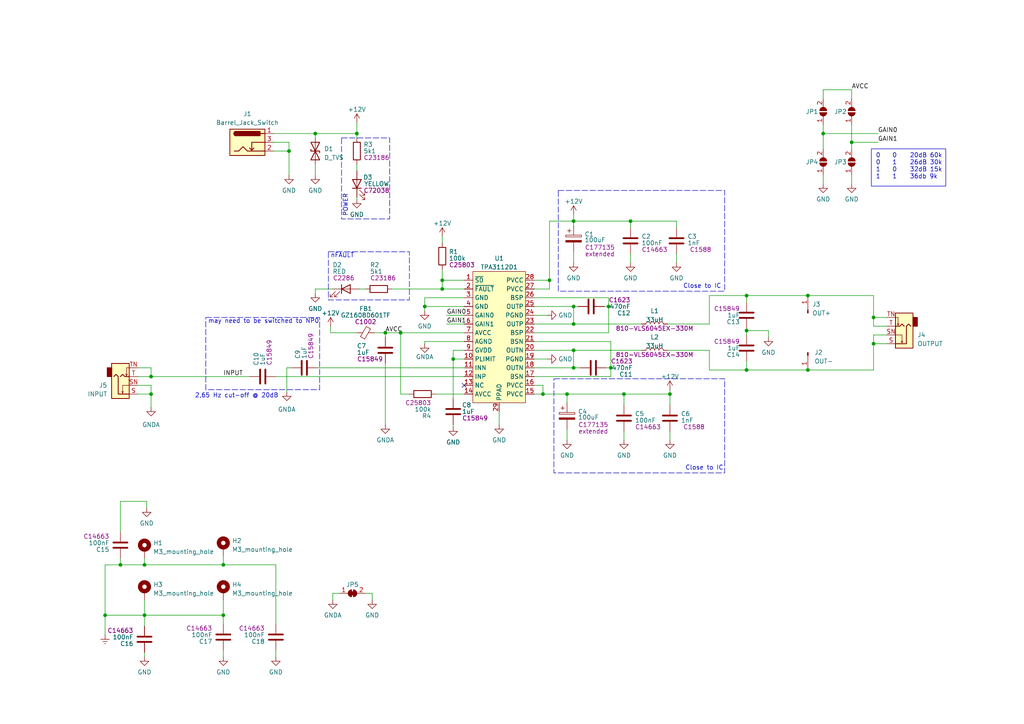
<source format=kicad_sch>
(kicad_sch (version 20230121) (generator eeschema)
  (paper "A4")
  (lib_symbols
    (symbol "Connector:Barrel_Jack_Switch" (pin_names hide)
      (property "Reference" "J" (at 0 5.334 0))
      (property "Value" "Barrel_Jack_Switch" (at 0 -5.08 0))
      (symbol "Barrel_Jack_Switch_0_1"
        (rectangle (start -5.08 3.81) (end 5.08 -3.81) (stroke (width 0.254)) (fill (type background)))
        (arc (start -3.302 3.175) (mid -3.9343 2.54) (end -3.302 1.905) (stroke (width 0.254)))
        (arc (start -3.302 3.175) (mid -3.9343 2.54) (end -3.302 1.905) (stroke (width 0.254)) (fill (type outline)))
        (polyline (pts (xy 1.27 -2.286) (xy 1.905 -1.651)) (stroke (width 0.254)))
        (polyline (pts (xy 5.08 2.54) (xy 3.81 2.54)) (stroke (width 0.254)))
        (polyline (pts (xy 5.08 0) (xy 1.27 0) (xy 1.27 -2.286) (xy 0.635 -1.651)) (stroke (width 0.254)))
        (polyline (pts (xy -3.81 -2.54) (xy -2.54 -2.54) (xy -1.27 -1.27) (xy 0 -2.54) (xy 2.54 -2.54) (xy 5.08 -2.54)) (stroke (width 0.254)))
        (rectangle (start 3.683 3.175) (end -3.302 1.905) (stroke (width 0.254)) (fill (type outline)))
      )
      (symbol "Barrel_Jack_Switch_1_1"
        (pin passive line (at 7.62 2.54 180) (length 2.54) (name "~") (number "1"))
        (pin passive line (at 7.62 -2.54 180) (length 2.54) (name "~") (number "2"))
        (pin passive line (at 7.62 0 180) (length 2.54) (name "~") (number "3"))
      )
    )
    (symbol "Connector:Conn_01x01_Pin" (pin_names (offset 1.016) hide)
      (property "Reference" "J" (at 0 2.54 0))
      (property "Value" "Conn_01x01_Pin" (at 0 -2.54 0))
      (symbol "Conn_01x01_Pin_1_1"
        (polyline (pts (xy 1.27 0) (xy 0.8636 0)) (stroke (width 0.1524)))
        (rectangle (start 0.8636 0.127) (end 0 -0.127) (stroke (width 0.1524)) (fill (type outline)))
        (pin passive line (at 5.08 0 180) (length 3.81) (name "Pin_1") (number "1"))
      )
    )
    (symbol "Connector_Audio:AudioJack2_Switch"
      (property "Reference" "J" (at 0 11.43 0))
      (property "Value" "AudioJack2_Switch" (at 0 8.89 0))
      (symbol "AudioJack2_Switch_0_1"
        (rectangle (start -2.54 0) (end -3.81 -2.54) (stroke (width 0.254)) (fill (type outline)))
        (rectangle (start 2.54 6.35) (end -2.54 -3.81) (stroke (width 0.254)) (fill (type background)))
      )
      (symbol "AudioJack2_Switch_1_1"
        (polyline (pts (xy 0.635 4.826) (xy 0.889 4.318)))
        (polyline (pts (xy 1.778 -0.254) (xy 2.032 -0.762)))
        (polyline (pts (xy 0 0) (xy 0.635 -0.635) (xy 1.27 0) (xy 2.54 0)) (stroke (width 0.254)))
        (polyline (pts (xy 2.54 -2.54) (xy 1.778 -2.54) (xy 1.778 -0.254) (xy 1.524 -0.762)))
        (polyline (pts (xy 2.54 2.54) (xy 0.635 2.54) (xy 0.635 4.826) (xy 0.381 4.318)))
        (polyline (pts (xy 2.54 5.08) (xy -0.635 5.08) (xy -0.635 0) (xy -1.27 -0.635) (xy -1.905 0)) (stroke (width 0.254)))
        (pin passive line (at 5.08 5.08 180) (length 2.54) (name "~") (number "S"))
        (pin passive line (at 5.08 2.54 180) (length 2.54) (name "~") (number "SN"))
        (pin passive line (at 5.08 0 180) (length 2.54) (name "~") (number "T"))
        (pin passive line (at 5.08 -2.54 180) (length 2.54) (name "~") (number "TN"))
      )
    )
    (symbol "Device:C" (pin_numbers hide) (pin_names (offset 0.254))
      (property "Reference" "C" (at 0.635 2.54 0))
      (property "Value" "C" (at 0.635 -2.54 0))
      (symbol "C_0_1"
        (polyline (pts (xy -2.032 -0.762) (xy 2.032 -0.762)) (stroke (width 0.508)))
        (polyline (pts (xy -2.032 0.762) (xy 2.032 0.762)) (stroke (width 0.508)))
      )
      (symbol "C_1_1"
        (pin passive line (at 0 3.81 270) (length 2.794) (name "~") (number "1"))
        (pin passive line (at 0 -3.81 90) (length 2.794) (name "~") (number "2"))
      )
    )
    (symbol "Device:C_Polarized" (pin_numbers hide) (pin_names (offset 0.254))
      (property "Reference" "C" (at 0.635 2.54 0))
      (property "Value" "C_Polarized" (at 0.635 -2.54 0))
      (symbol "C_Polarized_0_1"
        (rectangle (start -2.286 0.508) (end 2.286 1.016))
        (polyline (pts (xy -1.778 2.286) (xy -0.762 2.286)))
        (polyline (pts (xy -1.27 2.794) (xy -1.27 1.778)))
        (rectangle (start 2.286 -0.508) (end -2.286 -1.016) (fill (type outline)))
      )
      (symbol "C_Polarized_1_1"
        (pin passive line (at 0 3.81 270) (length 2.794) (name "~") (number "1"))
        (pin passive line (at 0 -3.81 90) (length 2.794) (name "~") (number "2"))
      )
    )
    (symbol "Device:D_TVS" (pin_numbers hide) (pin_names (offset 1.016) hide)
      (property "Reference" "D" (at 0 2.54 0))
      (property "Value" "D_TVS" (at 0 -2.54 0))
      (symbol "D_TVS_0_1"
        (polyline (pts (xy 1.27 0) (xy -1.27 0)))
        (polyline (pts (xy 0.508 1.27) (xy 0 1.27) (xy 0 -1.27) (xy -0.508 -1.27)) (stroke (width 0.254)))
        (polyline (pts (xy -2.54 1.27) (xy -2.54 -1.27) (xy 2.54 1.27) (xy 2.54 -1.27) (xy -2.54 1.27)) (stroke (width 0.254)))
      )
      (symbol "D_TVS_1_1"
        (pin passive line (at -3.81 0 0) (length 2.54) (name "A1") (number "1"))
        (pin passive line (at 3.81 0 180) (length 2.54) (name "A2") (number "2"))
      )
    )
    (symbol "Device:FerriteBead_Small" (pin_numbers hide) (pin_names (offset 0))
      (property "Reference" "FB" (at 1.905 1.27 0))
      (property "Value" "FerriteBead_Small" (at 1.905 -1.27 0))
      (symbol "FerriteBead_Small_0_1"
        (polyline (pts (xy 0 -1.27) (xy 0 -0.7874)))
        (polyline (pts (xy 0 0.889) (xy 0 1.2954)))
        (polyline (pts (xy -1.8288 0.2794) (xy -1.1176 1.4986) (xy 1.8288 -0.2032) (xy 1.1176 -1.4224) (xy -1.8288 0.2794)))
      )
      (symbol "FerriteBead_Small_1_1"
        (pin passive line (at 0 2.54 270) (length 1.27) (name "~") (number "1"))
        (pin passive line (at 0 -2.54 90) (length 1.27) (name "~") (number "2"))
      )
    )
    (symbol "Device:L" (pin_numbers hide) (pin_names (offset 1.016) hide)
      (property "Reference" "L" (at -1.27 0 90))
      (property "Value" "L" (at 1.905 0 90))
      (symbol "L_0_1"
        (arc (start 0 -2.54) (mid 0.6323 -1.905) (end 0 -1.27))
        (arc (start 0 -1.27) (mid 0.6323 -0.635) (end 0 0))
        (arc (start 0 0) (mid 0.6323 0.635) (end 0 1.27))
        (arc (start 0 1.27) (mid 0.6323 1.905) (end 0 2.54))
      )
      (symbol "L_1_1"
        (pin passive line (at 0 3.81 270) (length 1.27) (name "1") (number "1"))
        (pin passive line (at 0 -3.81 90) (length 1.27) (name "2") (number "2"))
      )
    )
    (symbol "Device:LED" (pin_numbers hide) (pin_names (offset 1.016) hide)
      (property "Reference" "D" (at 0 2.54 0))
      (property "Value" "LED" (at 0 -2.54 0))
      (symbol "LED_0_1"
        (polyline (pts (xy -1.27 -1.27) (xy -1.27 1.27)) (stroke (width 0.254)))
        (polyline (pts (xy -1.27 0) (xy 1.27 0)))
        (polyline (pts (xy 1.27 -1.27) (xy 1.27 1.27) (xy -1.27 0) (xy 1.27 -1.27)) (stroke (width 0.254)))
        (polyline (pts (xy -3.048 -0.762) (xy -4.572 -2.286) (xy -3.81 -2.286) (xy -4.572 -2.286) (xy -4.572 -1.524)))
        (polyline (pts (xy -1.778 -0.762) (xy -3.302 -2.286) (xy -2.54 -2.286) (xy -3.302 -2.286) (xy -3.302 -1.524)))
      )
      (symbol "LED_1_1"
        (pin passive line (at -3.81 0 0) (length 2.54) (name "K") (number "1"))
        (pin passive line (at 3.81 0 180) (length 2.54) (name "A") (number "2"))
      )
    )
    (symbol "Device:R" (pin_numbers hide) (pin_names (offset 0))
      (property "Reference" "R" (at 2.032 0 90))
      (property "Value" "R" (at 0 0 90))
      (symbol "R_0_1"
        (rectangle (start -1.016 -2.54) (end 1.016 2.54) (stroke (width 0.254)))
      )
      (symbol "R_1_1"
        (pin passive line (at 0 3.81 270) (length 1.27) (name "~") (number "1"))
        (pin passive line (at 0 -3.81 90) (length 1.27) (name "~") (number "2"))
      )
    )
    (symbol "Jumper:SolderJumper_2_Bridged" (pin_names (offset 0) hide)
      (property "Reference" "JP" (at 0 2.032 0))
      (property "Value" "SolderJumper_2_Bridged" (at 0 -2.54 0))
      (symbol "SolderJumper_2_Bridged_0_1"
        (rectangle (start -0.508 0.508) (end 0.508 -0.508) (fill (type outline)))
        (arc (start -0.254 1.016) (mid -1.2656 0) (end -0.254 -1.016))
        (arc (start -0.254 1.016) (mid -1.2656 0) (end -0.254 -1.016) (fill (type outline)))
        (polyline (pts (xy -0.254 1.016) (xy -0.254 -1.016)))
        (polyline (pts (xy 0.254 1.016) (xy 0.254 -1.016)))
        (arc (start 0.254 -1.016) (mid 1.2656 0) (end 0.254 1.016))
        (arc (start 0.254 -1.016) (mid 1.2656 0) (end 0.254 1.016) (fill (type outline)))
      )
      (symbol "SolderJumper_2_Bridged_1_1"
        (pin passive line (at -3.81 0 0) (length 2.54) (name "A") (number "1"))
        (pin passive line (at 3.81 0 180) (length 2.54) (name "B") (number "2"))
      )
    )
    (symbol "Jumper:SolderJumper_2_Open" (pin_names (offset 0) hide)
      (property "Reference" "JP" (at 0 2.032 0))
      (property "Value" "SolderJumper_2_Open" (at 0 -2.54 0))
      (symbol "SolderJumper_2_Open_0_1"
        (arc (start -0.254 1.016) (mid -1.2656 0) (end -0.254 -1.016))
        (arc (start -0.254 1.016) (mid -1.2656 0) (end -0.254 -1.016) (fill (type outline)))
        (polyline (pts (xy -0.254 1.016) (xy -0.254 -1.016)))
        (polyline (pts (xy 0.254 1.016) (xy 0.254 -1.016)))
        (arc (start 0.254 -1.016) (mid 1.2656 0) (end 0.254 1.016))
        (arc (start 0.254 -1.016) (mid 1.2656 0) (end 0.254 1.016) (fill (type outline)))
      )
      (symbol "SolderJumper_2_Open_1_1"
        (pin passive line (at -3.81 0 0) (length 2.54) (name "A") (number "1"))
        (pin passive line (at 3.81 0 180) (length 2.54) (name "B") (number "2"))
      )
    )
    (symbol "Mechanical:MountingHole_Pad" (pin_numbers hide) (pin_names (offset 1.016) hide)
      (property "Reference" "H" (at 0 6.35 0))
      (property "Value" "MountingHole_Pad" (at 0 4.445 0))
      (symbol "MountingHole_Pad_0_1"
        (circle (center 0 1.27) (radius 1.27) (stroke (width 1.27)))
      )
      (symbol "MountingHole_Pad_1_1"
        (pin input line (at 0 -2.54 90) (length 2.54) (name "1") (number "1"))
      )
    )
    (symbol "ZDG_ELEKTRONIKA_D-class_AMP:tpa3112D1"
      (property "Reference" "U" (at 7.62 3.81 0))
      (property "Value" "TPA3112D1" (at 10.16 1.27 0))
      (symbol "tpa3112D1_0_0"
        (pin unspecified line (at 0 -2.54 0) (length 2.54) (name "~{SD}") (number "1"))
        (pin unspecified line (at 0 -25.4 0) (length 2.54) (name "PLIMIT") (number "10"))
        (pin unspecified line (at 0 -27.94 0) (length 2.54) (name "INN") (number "11"))
        (pin unspecified line (at 0 -30.48 0) (length 2.54) (name "INP") (number "12"))
        (pin unspecified line (at 0 -33.02 0) (length 2.54) (name "NC") (number "13"))
        (pin unspecified line (at 0 -35.56 0) (length 2.54) (name "AVCC") (number "14"))
        (pin unspecified line (at 20.32 -35.56 180) (length 2.54) (name "PVCC") (number "15"))
        (pin unspecified line (at 20.32 -33.02 180) (length 2.54) (name "PVCC") (number "16"))
        (pin unspecified line (at 20.32 -30.48 180) (length 2.54) (name "BSN") (number "17"))
        (pin unspecified line (at 20.32 -27.94 180) (length 2.54) (name "OUTN") (number "18"))
        (pin unspecified line (at 20.32 -25.4 180) (length 2.54) (name "PGND") (number "19"))
        (pin unspecified line (at 0 -5.08 0) (length 2.54) (name "~{FAULT}") (number "2"))
        (pin unspecified line (at 20.32 -22.86 180) (length 2.54) (name "OUTN") (number "20"))
        (pin unspecified line (at 20.32 -20.32 180) (length 2.54) (name "BSN") (number "21"))
        (pin unspecified line (at 20.32 -17.78 180) (length 2.54) (name "BSP") (number "22"))
        (pin unspecified line (at 20.32 -15.24 180) (length 2.54) (name "OUTP") (number "23"))
        (pin unspecified line (at 20.32 -12.7 180) (length 2.54) (name "PGND") (number "24"))
        (pin unspecified line (at 20.32 -10.16 180) (length 2.54) (name "OUTP") (number "25"))
        (pin unspecified line (at 20.32 -7.62 180) (length 2.54) (name "BSP") (number "26"))
        (pin unspecified line (at 20.32 -5.08 180) (length 2.54) (name "PVCC") (number "27"))
        (pin unspecified line (at 20.32 -2.54 180) (length 2.54) (name "PVCC") (number "28"))
        (pin unspecified line (at 0 -7.62 0) (length 2.54) (name "GND") (number "3"))
        (pin unspecified line (at 0 -10.16 0) (length 2.54) (name "GND") (number "4"))
        (pin unspecified line (at 0 -12.7 0) (length 2.54) (name "GAIN0") (number "5"))
        (pin unspecified line (at 0 -15.24 0) (length 2.54) (name "GAIN1") (number "6"))
        (pin unspecified line (at 0 -17.78 0) (length 2.54) (name "AVCC") (number "7"))
        (pin unspecified line (at 0 -20.32 0) (length 2.54) (name "AGND") (number "8"))
        (pin unspecified line (at 0 -22.86 0) (length 2.54) (name "GVDD") (number "9"))
      )
      (symbol "tpa3112D1_1_1"
        (rectangle (start 2.54 0) (end 17.78 -38.1) (fill (type background)))
        (pin input line (at 10.16 -40.64 90) (length 2.54) (name "PPAD") (number "29"))
      )
    )
    (symbol "power:+12V" (power) (pin_names (offset 0))
      (property "Value" "+12V" (at 0 3.556 0))
      (symbol "+12V_0_1"
        (polyline (pts (xy -0.762 1.27) (xy 0 2.54)))
        (polyline (pts (xy 0 0) (xy 0 2.54)))
        (polyline (pts (xy 0 2.54) (xy 0.762 1.27)))
      )
      (symbol "+12V_1_1"
        (pin power_in line (at 0 0 90) (length 0) hide (name "+12V") (number "1"))
      )
    )
    (symbol "power:Earth" (power) (pin_names (offset 0))
      (symbol "Earth_0_1"
        (polyline (pts (xy -0.635 -1.905) (xy 0.635 -1.905)))
        (polyline (pts (xy -0.127 -2.54) (xy 0.127 -2.54)))
        (polyline (pts (xy 0 -1.27) (xy 0 0)))
        (polyline (pts (xy 1.27 -1.27) (xy -1.27 -1.27)))
      )
      (symbol "Earth_1_1"
        (pin power_in line (at 0 0 270) (length 0) hide (name "Earth") (number "1"))
      )
    )
    (symbol "power:GND" (power) (pin_names (offset 0))
      (property "Value" "GND" (at 0 -3.81 0))
      (symbol "GND_0_1"
        (polyline (pts (xy 0 0) (xy 0 -1.27) (xy 1.27 -1.27) (xy 0 -2.54) (xy -1.27 -1.27) (xy 0 -1.27)))
      )
      (symbol "GND_1_1"
        (pin power_in line (at 0 0 270) (length 0) hide (name "GND") (number "1"))
      )
    )
    (symbol "power:GNDA" (power) (pin_names (offset 0))
      (property "Value" "GNDA" (at 0 -3.81 0))
      (symbol "GNDA_0_1"
        (polyline (pts (xy 0 0) (xy 0 -1.27) (xy 1.27 -1.27) (xy 0 -2.54) (xy -1.27 -1.27) (xy 0 -1.27)))
      )
      (symbol "GNDA_1_1"
        (pin power_in line (at 0 0 270) (length 0) hide (name "GNDA") (number "1"))
      )
    )
  )
  (junction (at 43.815 109.22))
  (junction (at 166.37 88.9))
  (junction (at 166.37 93.98))
  (junction (at 64.77 163.83))
  (junction (at 176.53 88.9))
  (junction (at 43.815 114.3))
  (junction (at 253.365 99.695))
  (junction (at 128.27 81.28))
  (junction (at 116.205 96.52))
  (junction (at 91.44 38.735))
  (junction (at 182.88 64.135))
  (junction (at 131.445 104.14))
  (junction (at 157.48 114.3))
  (junction (at 216.535 107.315))
  (junction (at 34.925 163.83))
  (junction (at 64.77 178.435))
  (junction (at 103.505 38.735))
  (junction (at 166.37 64.135))
  (junction (at 216.535 95.885))
  (junction (at 234.315 85.725))
  (junction (at 128.27 83.82))
  (junction (at 166.37 106.68))
  (junction (at 159.385 81.28))
  (junction (at 253.365 92.075))
  (junction (at 111.76 96.52))
  (junction (at 194.31 114.3))
  (junction (at 123.19 88.9))
  (junction (at 166.37 101.6))
  (junction (at 41.91 163.83))
  (junction (at 216.535 85.725))
  (junction (at 180.975 114.3))
  (junction (at 164.465 114.3))
  (junction (at 247.015 41.275))
  (junction (at 41.91 178.435))
  (junction (at 83.82 43.815))
  (junction (at 234.315 107.315))
  (junction (at 30.48 178.435))
  (junction (at 177.165 106.68))
  (junction (at 238.76 38.735))
  (no_connect (at 134.62 111.76))
  (wire (pts (xy 134.62 88.9) (xy 123.19 88.9)))
  (wire (pts (xy 43.815 109.22) (xy 72.39 109.22)))
  (wire (pts (xy 177.165 99.06) (xy 177.165 106.68)))
  (wire (pts (xy 96.52 172.085) (xy 96.52 173.99)))
  (wire (pts (xy 42.545 145.415) (xy 42.545 147.32)))
  (wire (pts (xy 216.535 107.315) (xy 234.315 107.315)))
  (wire (pts (xy 216.535 85.725) (xy 234.315 85.725)))
  (wire (pts (xy 128.27 83.82) (xy 128.27 81.28)))
  (wire (pts (xy 91.44 38.735) (xy 103.505 38.735)))
  (wire (pts (xy 175.26 88.9) (xy 176.53 88.9)))
  (wire (pts (xy 83.82 43.815) (xy 83.82 50.8)))
  (wire (pts (xy 129.54 91.44) (xy 134.62 91.44)))
  (wire (pts (xy 43.815 106.68) (xy 43.815 109.22)))
  (wire (pts (xy 111.76 96.52) (xy 116.205 96.52)))
  (wire (pts (xy 247.015 26.035) (xy 247.015 28.575)))
  (wire (pts (xy 41.91 161.925) (xy 41.91 163.83)))
  (wire (pts (xy 216.535 95.25) (xy 216.535 95.885)))
  (wire (pts (xy 40.005 109.22) (xy 43.815 109.22)))
  (wire (pts (xy 205.74 107.315) (xy 216.535 107.315)))
  (wire (pts (xy 154.94 109.22) (xy 177.165 109.22)))
  (wire (pts (xy 238.76 38.735) (xy 238.76 43.18)))
  (wire (pts (xy 159.385 83.82) (xy 159.385 81.28)))
  (wire (pts (xy 247.015 26.035) (xy 238.76 26.035)))
  (wire (pts (xy 40.005 114.3) (xy 43.815 114.3)))
  (wire (pts (xy 41.91 173.99) (xy 41.91 178.435)))
  (wire (pts (xy 123.19 99.06) (xy 123.19 99.695)))
  (wire (pts (xy 180.975 114.3) (xy 194.31 114.3)))
  (wire (pts (xy 129.54 93.98) (xy 134.62 93.98)))
  (wire (pts (xy 182.88 66.04) (xy 182.88 64.135)))
  (wire (pts (xy 253.365 94.615) (xy 253.365 92.075)))
  (wire (pts (xy 247.015 50.8) (xy 247.015 53.34)))
  (wire (pts (xy 205.74 101.6) (xy 205.74 107.315)))
  (wire (pts (xy 234.315 85.725) (xy 253.365 85.725)))
  (wire (pts (xy 128.27 81.28) (xy 134.62 81.28)))
  (wire (pts (xy 176.53 86.36) (xy 154.94 86.36)))
  (wire (pts (xy 205.74 85.725) (xy 216.535 85.725)))
  (wire (pts (xy 216.535 85.725) (xy 216.535 87.63)))
  (wire (pts (xy 103.505 96.52) (xy 95.885 96.52)))
  (wire (pts (xy 40.005 106.68) (xy 43.815 106.68)))
  (wire (pts (xy 247.015 41.275) (xy 254.635 41.275)))
  (wire (pts (xy 126.365 114.3) (xy 134.62 114.3)))
  (wire (pts (xy 123.19 86.36) (xy 123.19 88.9)))
  (wire (pts (xy 238.76 36.195) (xy 238.76 38.735)))
  (wire (pts (xy 131.445 123.19) (xy 131.445 123.825)))
  (wire (pts (xy 180.975 114.3) (xy 180.975 117.475)))
  (wire (pts (xy 154.94 104.14) (xy 158.75 104.14)))
  (wire (pts (xy 30.48 163.83) (xy 34.925 163.83)))
  (wire (pts (xy 193.675 101.6) (xy 205.74 101.6)))
  (wire (pts (xy 166.37 64.135) (xy 166.37 65.405)))
  (wire (pts (xy 134.62 83.82) (xy 128.27 83.82)))
  (wire (pts (xy 222.885 97.79) (xy 222.885 95.885)))
  (wire (pts (xy 79.375 38.735) (xy 91.44 38.735)))
  (wire (pts (xy 166.37 93.98) (xy 186.055 93.98)))
  (wire (pts (xy 166.37 64.135) (xy 182.88 64.135)))
  (wire (pts (xy 234.315 107.315) (xy 253.365 107.315)))
  (wire (pts (xy 216.535 95.885) (xy 216.535 97.155)))
  (wire (pts (xy 41.91 189.23) (xy 41.91 190.5)))
  (wire (pts (xy 166.37 76.2) (xy 166.37 73.025)))
  (wire (pts (xy 104.14 83.82) (xy 106.045 83.82)))
  (wire (pts (xy 166.37 101.6) (xy 186.055 101.6)))
  (wire (pts (xy 95.885 94.615) (xy 95.885 96.52)))
  (wire (pts (xy 257.175 97.155) (xy 253.365 97.155)))
  (wire (pts (xy 157.48 111.76) (xy 157.48 114.3)))
  (wire (pts (xy 34.925 161.925) (xy 34.925 163.83)))
  (wire (pts (xy 43.815 111.76) (xy 43.815 114.3)))
  (wire (pts (xy 83.185 106.68) (xy 84.455 106.68)))
  (wire (pts (xy 180.975 127.635) (xy 180.975 125.095)))
  (wire (pts (xy 194.31 113.03) (xy 194.31 114.3)))
  (wire (pts (xy 30.48 178.435) (xy 30.48 184.15)))
  (wire (pts (xy 79.375 41.275) (xy 83.82 41.275)))
  (wire (pts (xy 134.62 86.36) (xy 123.19 86.36)))
  (wire (pts (xy 83.82 41.275) (xy 83.82 43.815)))
  (wire (pts (xy 154.94 81.28) (xy 159.385 81.28)))
  (wire (pts (xy 92.075 106.68) (xy 134.62 106.68)))
  (wire (pts (xy 79.375 43.815) (xy 83.82 43.815)))
  (wire (pts (xy 80.01 188.595) (xy 80.01 190.5)))
  (wire (pts (xy 64.77 163.83) (xy 41.91 163.83)))
  (wire (pts (xy 64.77 178.435) (xy 64.77 180.975)))
  (wire (pts (xy 131.445 104.14) (xy 134.62 104.14)))
  (wire (pts (xy 41.91 178.435) (xy 41.91 181.61)))
  (wire (pts (xy 154.94 93.98) (xy 166.37 93.98)))
  (wire (pts (xy 164.465 127.635) (xy 164.465 124.46)))
  (wire (pts (xy 103.505 35.56) (xy 103.505 38.735)))
  (wire (pts (xy 107.95 172.085) (xy 106.045 172.085)))
  (wire (pts (xy 116.205 96.52) (xy 116.205 114.3)))
  (wire (pts (xy 253.365 92.075) (xy 253.365 85.725)))
  (wire (pts (xy 164.465 114.3) (xy 164.465 116.84)))
  (wire (pts (xy 257.175 99.695) (xy 253.365 99.695)))
  (wire (pts (xy 253.365 92.075) (xy 257.175 92.075)))
  (wire (pts (xy 131.445 104.14) (xy 131.445 115.57)))
  (wire (pts (xy 166.37 62.23) (xy 166.37 64.135)))
  (wire (pts (xy 134.62 99.06) (xy 123.19 99.06)))
  (wire (pts (xy 222.885 95.885) (xy 216.535 95.885)))
  (wire (pts (xy 43.815 114.3) (xy 43.815 118.11)))
  (wire (pts (xy 194.31 114.3) (xy 194.31 117.475)))
  (wire (pts (xy 166.37 93.98) (xy 166.37 88.9)))
  (wire (pts (xy 128.27 78.105) (xy 128.27 81.28)))
  (wire (pts (xy 64.77 178.435) (xy 41.91 178.435)))
  (wire (pts (xy 103.505 38.735) (xy 103.505 40.005)))
  (wire (pts (xy 98.425 172.085) (xy 96.52 172.085)))
  (wire (pts (xy 154.94 91.44) (xy 158.75 91.44)))
  (wire (pts (xy 116.205 114.3) (xy 118.745 114.3)))
  (wire (pts (xy 64.77 161.29) (xy 64.77 163.83)))
  (wire (pts (xy 131.445 101.6) (xy 131.445 104.14)))
  (wire (pts (xy 96.52 83.82) (xy 91.44 83.82)))
  (wire (pts (xy 134.62 101.6) (xy 131.445 101.6)))
  (wire (pts (xy 107.95 173.99) (xy 107.95 172.085)))
  (wire (pts (xy 176.53 88.9) (xy 176.53 86.36)))
  (wire (pts (xy 238.76 50.8) (xy 238.76 53.34)))
  (wire (pts (xy 116.205 96.52) (xy 134.62 96.52)))
  (wire (pts (xy 159.385 64.135) (xy 166.37 64.135)))
  (wire (pts (xy 103.505 57.15) (xy 103.505 57.785)))
  (wire (pts (xy 166.37 106.68) (xy 168.275 106.68)))
  (wire (pts (xy 157.48 114.3) (xy 164.465 114.3)))
  (wire (pts (xy 194.31 127.635) (xy 194.31 125.095)))
  (wire (pts (xy 40.005 111.76) (xy 43.815 111.76)))
  (wire (pts (xy 64.77 173.99) (xy 64.77 178.435)))
  (wire (pts (xy 176.53 96.52) (xy 176.53 88.9)))
  (wire (pts (xy 30.48 163.83) (xy 30.48 178.435)))
  (wire (pts (xy 196.215 76.2) (xy 196.215 73.66)))
  (wire (pts (xy 91.44 50.8) (xy 91.44 47.625)))
  (wire (pts (xy 34.925 163.83) (xy 41.91 163.83)))
  (wire (pts (xy 182.88 76.2) (xy 182.88 73.66)))
  (wire (pts (xy 154.94 101.6) (xy 166.37 101.6)))
  (wire (pts (xy 154.94 106.68) (xy 166.37 106.68)))
  (wire (pts (xy 238.76 26.035) (xy 238.76 28.575)))
  (wire (pts (xy 193.675 93.98) (xy 205.74 93.98)))
  (wire (pts (xy 205.74 93.98) (xy 205.74 85.725)))
  (wire (pts (xy 253.365 99.695) (xy 253.365 107.315)))
  (wire (pts (xy 196.215 64.135) (xy 182.88 64.135)))
  (wire (pts (xy 41.91 178.435) (xy 30.48 178.435)))
  (wire (pts (xy 196.215 66.04) (xy 196.215 64.135)))
  (wire (pts (xy 175.895 106.68) (xy 177.165 106.68)))
  (wire (pts (xy 91.44 83.82) (xy 91.44 85.09)))
  (wire (pts (xy 80.01 180.975) (xy 80.01 163.83)))
  (wire (pts (xy 247.015 36.195) (xy 247.015 41.275)))
  (wire (pts (xy 34.925 154.305) (xy 34.925 145.415)))
  (wire (pts (xy 154.94 111.76) (xy 157.48 111.76)))
  (wire (pts (xy 34.925 145.415) (xy 42.545 145.415)))
  (wire (pts (xy 154.94 96.52) (xy 176.53 96.52)))
  (wire (pts (xy 164.465 114.3) (xy 180.975 114.3)))
  (wire (pts (xy 154.94 99.06) (xy 177.165 99.06)))
  (wire (pts (xy 216.535 107.315) (xy 216.535 104.775)))
  (wire (pts (xy 80.01 163.83) (xy 64.77 163.83)))
  (wire (pts (xy 64.77 188.595) (xy 64.77 190.5)))
  (wire (pts (xy 247.015 41.275) (xy 247.015 43.18)))
  (wire (pts (xy 166.37 88.9) (xy 167.64 88.9)))
  (wire (pts (xy 177.165 109.22) (xy 177.165 106.68)))
  (wire (pts (xy 144.78 119.38) (xy 144.78 123.19)))
  (wire (pts (xy 113.665 83.82) (xy 128.27 83.82)))
  (wire (pts (xy 123.19 88.9) (xy 123.19 90.17)))
  (wire (pts (xy 238.76 38.735) (xy 254.635 38.735)))
  (wire (pts (xy 111.76 105.41) (xy 111.76 123.19)))
  (wire (pts (xy 108.585 96.52) (xy 111.76 96.52)))
  (wire (pts (xy 253.365 97.155) (xy 253.365 99.695)))
  (wire (pts (xy 80.01 109.22) (xy 134.62 109.22)))
  (wire (pts (xy 83.185 106.68) (xy 83.185 113.665)))
  (wire (pts (xy 257.175 94.615) (xy 253.365 94.615)))
  (wire (pts (xy 159.385 81.28) (xy 159.385 64.135)))
  (wire (pts (xy 166.37 101.6) (xy 166.37 106.68)))
  (wire (pts (xy 154.94 114.3) (xy 157.48 114.3)))
  (wire (pts (xy 128.27 68.58) (xy 128.27 70.485)))
  (wire (pts (xy 154.94 88.9) (xy 166.37 88.9)))
  (wire (pts (xy 103.505 49.53) (xy 103.505 47.625)))
  (wire (pts (xy 111.76 96.52) (xy 111.76 97.79)))
  (wire (pts (xy 91.44 38.735) (xy 91.44 40.005)))
  (wire (pts (xy 154.94 83.82) (xy 159.385 83.82)))
  (rectangle (start 113.03 40.005) (end 99.06 63.5) (stroke (width 0) (type dash)))
  (rectangle (start 160.655 109.855) (end 210.185 137.16) (stroke (width 0) (type dash)))
  (rectangle (start 161.925 55.245) (end 210.185 84.455) (stroke (width 0) (type dash)))
  (rectangle (start 59.69 92.075) (end 92.71 113.03) (stroke (width 0) (type dash)))
  (rectangle (start 252.73 43.18) (end 274.32 53.975))
  (rectangle (start 95.25 73.025) (end 118.745 86.995) (stroke (width 0) (type dash)))
  (text "2,65 Hz cut-off @ 20dB" (at 56.515 115.57 0) (effects (font (size 1.27 1.27)) (justify left bottom)))
  (text "POWER" (at 100.965 62.865 90) (effects (font (size 1.27 1.27)) (justify left bottom)))
  (text "0	0	20dB 60k\n0	1	26dB 30k\n1	0	32dB 15k\n1	1	36db 9k" (at 254 52.07 0) (effects (font (size 1.27 1.27)) (justify left bottom)))
  (text "Close to IC" (at 198.755 136.525 0) (effects (font (size 1.27 1.27)) (justify left bottom)))
  (text "Close to IC" (at 198.12 83.82 0) (effects (font (size 1.27 1.27)) (justify left bottom)))
  (text "may need to be switched to NP0" (at 60.325 93.98 0) (effects (font (size 1.27 1.27)) (justify left bottom)))
  (text "nFAULT" (at 95.885 74.93 0) (effects (font (size 1.27 1.27)) (justify left bottom)))
  (label "AVCC" (at 247.015 26.035 0))
  (label "INPUT" (at 64.77 109.22 0))
  (label "GAIN1" (at 129.54 93.98 0))
  (label "AVCC" (at 111.76 96.52 0))
  (label "GAIN1" (at 254.635 41.275 0))
  (label "GAIN0" (at 254.635 38.735 0))
  (label "GAIN0" (at 129.54 91.44 0))
  (symbol (lib_id "power:GND") (at 131.445 123.825 0) (unit 1)
    (property "Reference" "#PWR022" (effects hide))
    (property "Value" "GND" (at 131.445 128.27 0))
  )
  (symbol (lib_id "Device:R") (at 122.555 114.3 90) (unit 1)
    (property "Reference" "R4" (at 125.095 120.65 90) (effects (justify left)))
    (property "Value" "100k" (at 125.095 118.745 90) (effects (justify left)))
    (property "Footprint" "Resistor_SMD:R_0603_1608Metric_Pad0.98x0.95mm_HandSolder" (effects hide))
    (property "LCSC" "C25803" (at 121.285 116.84 90))
  )
  (symbol (lib_id "power:GND") (at 64.77 190.5 0) (unit 1)
    (property "Reference" "#PWR032" (effects hide))
    (property "Value" "GND" (at 64.77 194.945 0))
  )
  (symbol (lib_id "Device:C") (at 172.085 106.68 90) (unit 1)
    (property "Reference" "C11" (at 183.515 108.585 90) (effects (justify left)))
    (property "Value" "470nF" (at 183.515 106.68 90) (effects (justify left)))
    (property "Footprint" "Capacitor_SMD:C_0603_1608Metric_Pad1.08x0.95mm_HandSolder" (effects hide))
    (property "LCSC" "C1623" (at 180.34 104.775 90))
  )
  (symbol (lib_id "Jumper:SolderJumper_2_Open") (at 238.76 32.385 90) (unit 1)
    (property "Reference" "JP1" (at 233.68 32.385 90) (effects (justify right)))
    (property "Value" "SolderJumper_2_Open" (effects hide))
    (property "Footprint" "Jumper:SolderJumper-2_P1.3mm_Open_Pad1.0x1.5mm" (effects hide))
  )
  (symbol (lib_id "power:GND") (at 144.78 123.19 0) (unit 1)
    (property "Reference" "#PWR02" (effects hide))
    (property "Value" "GND" (at 144.78 127.635 0))
  )
  (symbol (lib_id "Connector_Audio:AudioJack2_Switch") (at 262.255 94.615 180) (unit 1)
    (property "Reference" "J4" (at 266.065 97.155 0) (effects (justify right)))
    (property "Value" "OUTPUT" (at 266.065 99.695 0) (effects (justify right)))
    (property "Footprint" "Connector_Audio:Jack_6.35mm_Neutrik_NMJ4HCD2_Horizontal" (effects hide))
  )
  (symbol (lib_id "Device:L") (at 189.865 101.6 90) (unit 1)
    (property "Reference" "L2" (at 189.865 97.79 90))
    (property "Value" "33uH" (at 189.865 100.33 90))
    (property "Footprint" "Inductor_SMD:L_TDK_VLS6045EX_VLS6045AF" (effects hide))
    (property "Mouser" "810-VLS6045EX-330M" (at 189.865 102.87 90))
  )
  (symbol (lib_id "power:+12V") (at 166.37 62.23 0) (unit 1)
    (property "Reference" "#PWR07" (effects hide))
    (property "Value" "+12V" (at 166.37 58.42 0))
  )
  (symbol (lib_id "Device:C_Polarized") (at 164.465 120.65 0) (unit 1)
    (property "Reference" "C4" (at 167.64 119.38 0) (effects (justify left)))
    (property "Value" "100uF" (at 167.64 121.031 0) (effects (justify left)))
    (property "Footprint" "Capacitor_SMD:CP_Elec_4x5.4" (effects hide))
    (property "LCSC" "C177135" (at 172.085 123.19 0))
    (property "Note" "extended" (at 172.085 125.095 0))
  )
  (symbol (lib_id "power:GNDA") (at 123.19 99.695 0) (unit 1)
    (property "Reference" "#PWR017" (effects hide))
    (property "Value" "GNDA" (at 123.19 103.505 0))
  )
  (symbol (lib_id "Device:R") (at 109.855 83.82 90) (unit 1)
    (property "Reference" "R2" (at 107.315 76.835 90) (effects (justify right)))
    (property "Value" "5k1" (at 107.315 78.74 90) (effects (justify right)))
    (property "Footprint" "Resistor_SMD:R_0603_1608Metric_Pad0.98x0.95mm_HandSolder" (effects hide))
    (property "LCSC" "C23186" (at 111.125 80.645 90))
  )
  (symbol (lib_id "power:Earth") (at 30.48 184.15 0) (unit 1)
    (property "Reference" "#PWR030" (effects hide))
    (property "Value" "Earth" (effects hide))
  )
  (symbol (lib_id "Device:LED") (at 100.33 83.82 0) (unit 1)
    (property "Reference" "D2" (at 97.79 76.835 0))
    (property "Value" "RED" (at 98.425 78.74 0))
    (property "Footprint" "LED_SMD:LED_0603_1608Metric_Pad1.05x0.95mm_HandSolder" (effects hide))
    (property "LCSC" "C2286" (at 99.695 80.645 0))
  )
  (symbol (lib_id "power:GND") (at 91.44 50.8 0) (unit 1)
    (property "Reference" "#PWR05" (effects hide))
    (property "Value" "GND" (at 91.44 55.245 0))
  )
  (symbol (lib_id "Device:L") (at 189.865 93.98 90) (unit 1)
    (property "Reference" "L1" (at 189.865 90.17 90))
    (property "Value" "33uH" (at 189.865 92.71 90))
    (property "Footprint" "Inductor_SMD:L_TDK_VLS6045EX_VLS6045AF" (effects hide))
    (property "Mouser" "810-VLS6045EX-330M" (at 189.865 95.25 90))
  )
  (symbol (lib_id "Device:FerriteBead_Small") (at 106.045 96.52 90) (unit 1)
    (property "Reference" "FB1" (at 106.0831 89.535 90))
    (property "Value" "GZ1608D601TF" (at 106.045 91.44 90))
    (property "Footprint" "Inductor_SMD:L_0603_1608Metric_Pad1.05x0.95mm_HandSolder" (effects hide))
    (property "LCSC" "C1002" (at 106.045 93.345 90))
  )
  (symbol (lib_id "power:GND") (at 83.82 50.8 0) (unit 1)
    (property "Reference" "#PWR01" (effects hide))
    (property "Value" "GND" (at 83.82 55.245 0))
  )
  (symbol (lib_id "Mechanical:MountingHole_Pad") (at 64.77 171.45 0) (unit 1) (in_bom no)
    (property "Reference" "H4" (at 67.31 169.545 0) (effects (justify left)))
    (property "Value" "M3_mounting_hole" (at 67.31 172.085 0) (effects (justify left)))
    (property "Footprint" "MountingHole:MountingHole_3.2mm_M3_DIN965_Pad" (effects hide))
  )
  (symbol (lib_id "Device:C") (at 182.88 69.85 0) (unit 1)
    (property "Reference" "C2" (at 186.055 68.58 0) (effects (justify left)))
    (property "Value" "100nF" (at 186.055 70.485 0) (effects (justify left)))
    (property "Footprint" "Capacitor_SMD:C_0603_1608Metric_Pad1.08x0.95mm_HandSolder" (effects hide))
    (property "LCSC" "C14663" (at 189.865 72.39 0))
  )
  (symbol (lib_id "power:+12V") (at 128.27 68.58 0) (unit 1)
    (property "Reference" "#PWR06" (effects hide))
    (property "Value" "+12V" (at 128.27 64.77 0))
  )
  (symbol (lib_id "Device:C") (at 88.265 106.68 90) (unit 1)
    (property "Reference" "C9" (at 86.36 104.14 0) (effects (justify left)))
    (property "Value" "1uF" (at 88.265 104.14 0) (effects (justify left)))
    (property "Footprint" "Capacitor_SMD:C_0603_1608Metric_Pad1.08x0.95mm_HandSolder" (effects hide))
    (property "LCSC" "C15849" (at 90.17 100.33 0))
  )
  (symbol (lib_id "Mechanical:MountingHole_Pad") (at 41.91 171.45 0) (unit 1) (in_bom no)
    (property "Reference" "H3" (at 44.45 169.545 0) (effects (justify left)))
    (property "Value" "M3_mounting_hole" (at 44.45 172.085 0) (effects (justify left)))
    (property "Footprint" "MountingHole:MountingHole_3.2mm_M3_DIN965_Pad" (effects hide))
  )
  (symbol (lib_id "Device:C") (at 111.76 101.6 0) (unit 1)
    (property "Reference" "C7" (at 103.505 100.33 0) (effects (justify left)))
    (property "Value" "1uF" (at 103.505 102.235 0) (effects (justify left)))
    (property "Footprint" "Capacitor_SMD:C_0603_1608Metric_Pad1.08x0.95mm_HandSolder" (effects hide))
    (property "LCSC" "C15849" (at 107.315 104.14 0))
  )
  (symbol (lib_id "Device:LED") (at 103.505 53.34 90) (unit 1)
    (property "Reference" "D3" (at 106.68 51.435 90))
    (property "Value" "YELLOW" (at 109.22 53.34 90))
    (property "Footprint" "LED_SMD:LED_0603_1608Metric_Pad1.05x0.95mm_HandSolder" (effects hide))
    (property "LCSC" "C72038" (at 109.22 55.245 90))
  )
  (symbol (lib_id "Mechanical:MountingHole_Pad") (at 64.77 158.75 0) (unit 1) (in_bom no)
    (property "Reference" "H2" (at 67.31 156.845 0) (effects (justify left)))
    (property "Value" "M3_mounting_hole" (at 67.31 159.385 0) (effects (justify left)))
    (property "Footprint" "MountingHole:MountingHole_3.2mm_M3_DIN965_Pad" (effects hide))
  )
  (symbol (lib_id "power:GNDA") (at 83.185 113.665 0) (unit 1)
    (property "Reference" "#PWR023" (effects hide))
    (property "Value" "GNDA" (at 83.185 118.745 0))
  )
  (symbol (lib_id "power:GND") (at 103.505 57.785 0) (unit 1)
    (property "Reference" "#PWR016" (effects hide))
    (property "Value" "GND" (at 103.505 62.23 0))
  )
  (symbol (lib_id "Device:C") (at 64.77 184.785 180) (unit 1)
    (property "Reference" "C17" (at 61.595 186.055 0) (effects (justify left)))
    (property "Value" "100nF" (at 61.595 184.15 0) (effects (justify left)))
    (property "Footprint" "Capacitor_SMD:C_0603_1608Metric_Pad1.08x0.95mm_HandSolder" (effects hide))
    (property "LCSC" "C14663" (at 57.785 182.245 0))
  )
  (symbol (lib_id "Jumper:SolderJumper_2_Bridged") (at 102.235 172.085 0) (unit 1)
    (property "Reference" "JP5" (at 102.235 169.545 0))
    (property "Value" "SolderJumper_2_Bridged" (effects hide))
    (property "Footprint" "Jumper:SolderJumper-2_P1.3mm_Bridged2Bar_Pad1.0x1.5mm" (effects hide))
  )
  (symbol (lib_id "Device:C") (at 171.45 88.9 90) (unit 1)
    (property "Reference" "C12" (at 182.88 90.805 90) (effects (justify left)))
    (property "Value" "470nF" (at 182.88 88.9 90) (effects (justify left)))
    (property "Footprint" "Capacitor_SMD:C_0603_1608Metric_Pad1.08x0.95mm_HandSolder" (effects hide))
    (property "LCSC" "C1623" (at 179.705 86.995 90))
  )
  (symbol (lib_id "power:GNDA") (at 111.76 123.19 0) (unit 1)
    (property "Reference" "#PWR018" (effects hide))
    (property "Value" "GNDA" (at 111.76 127.635 0))
  )
  (symbol (lib_id "Device:R") (at 128.27 74.295 0) (unit 1)
    (property "Reference" "R1" (at 130.175 73.025 0) (effects (justify left)))
    (property "Value" "100k" (at 130.175 74.93 0) (effects (justify left)))
    (property "Footprint" "Resistor_SMD:R_0603_1608Metric_Pad0.98x0.95mm_HandSolder" (effects hide))
    (property "LCSC" "C25803" (at 133.985 76.835 0))
  )
  (symbol (lib_id "Device:C_Polarized") (at 166.37 69.215 0) (unit 1)
    (property "Reference" "C1" (at 169.545 67.945 0) (effects (justify left)))
    (property "Value" "100uF" (at 169.545 69.596 0) (effects (justify left)))
    (property "Footprint" "Capacitor_SMD:CP_Elec_4x5.4" (effects hide))
    (property "LCSC" "C177135" (at 173.99 71.755 0))
    (property "Note" "extended" (at 173.99 73.66 0))
  )
  (symbol (lib_id "power:GND") (at 107.95 173.99 0) (unit 1)
    (property "Reference" "#PWR025" (effects hide))
    (property "Value" "GND" (at 107.95 178.435 0))
  )
  (symbol (lib_id "power:GND") (at 166.37 76.2 0) (unit 1)
    (property "Reference" "#PWR08" (effects hide))
    (property "Value" "GND" (at 166.37 80.645 0))
  )
  (symbol (lib_id "Device:C") (at 41.91 185.42 180) (unit 1)
    (property "Reference" "C16" (at 38.735 186.69 0) (effects (justify left)))
    (property "Value" "100nF" (at 38.735 184.785 0) (effects (justify left)))
    (property "Footprint" "Capacitor_SMD:C_0603_1608Metric_Pad1.08x0.95mm_HandSolder" (effects hide))
    (property "LCSC" "C14663" (at 34.925 182.88 0))
  )
  (symbol (lib_id "Device:C") (at 216.535 91.44 180) (unit 1)
    (property "Reference" "C13" (at 214.63 93.345 0) (effects (justify left)))
    (property "Value" "1uF" (at 214.63 91.44 0) (effects (justify left)))
    (property "Footprint" "Capacitor_SMD:C_0603_1608Metric_Pad1.08x0.95mm_HandSolder" (effects hide))
    (property "LCSC" "C15849" (at 210.82 89.535 0))
  )
  (symbol (lib_id "Connector:Barrel_Jack_Switch") (at 71.755 41.275 0) (unit 1)
    (property "Reference" "J1" (at 71.755 33.02 0))
    (property "Value" "Barrel_Jack_Switch" (at 71.755 35.56 0))
    (property "Footprint" "Connector_BarrelJack:BarrelJack_GCT_DCJ200-10-A_Horizontal" (effects hide))
  )
  (symbol (lib_id "power:GND") (at 196.215 76.2 0) (unit 1)
    (property "Reference" "#PWR010" (effects hide))
    (property "Value" "GND" (at 196.215 80.645 0))
  )
  (symbol (lib_id "Connector:Conn_01x01_Pin") (at 234.315 102.235 270) (unit 1)
    (property "Reference" "J2" (at 236.22 102.235 90) (effects (justify left)))
    (property "Value" "OUT-" (at 236.22 104.775 90) (effects (justify left)))
    (property "Footprint" "Connector_Pin:Pin_D1.0mm_L10.0mm" (effects hide))
  )
  (symbol (lib_id "Device:R") (at 103.505 43.815 180) (unit 1)
    (property "Reference" "R3" (at 105.41 41.91 0) (effects (justify right)))
    (property "Value" "5k1" (at 105.41 43.815 0) (effects (justify right)))
    (property "Footprint" "Resistor_SMD:R_0603_1608Metric_Pad0.98x0.95mm_HandSolder" (effects hide))
    (property "LCSC" "C23186" (at 109.22 45.72 0))
  )
  (symbol (lib_id "power:GND") (at 123.19 90.17 0) (unit 1)
    (property "Reference" "#PWR03" (effects hide))
    (property "Value" "GND" (at 123.19 94.615 0))
  )
  (symbol (lib_id "Connector:Conn_01x01_Pin") (at 234.315 90.805 90) (unit 1)
    (property "Reference" "J3" (at 235.585 88.265 90) (effects (justify right)))
    (property "Value" "OUT+" (at 235.585 90.805 90) (effects (justify right)))
    (property "Footprint" "Connector_Pin:Pin_D1.0mm_L10.0mm" (effects hide))
  )
  (symbol (lib_id "Connector_Audio:AudioJack2_Switch") (at 34.925 109.22 0) (mirror x) (unit 1)
    (property "Reference" "J5" (at 31.115 111.76 0) (effects (justify right)))
    (property "Value" "INPUT" (at 31.115 114.3 0) (effects (justify right)))
    (property "Footprint" "Connector_Audio:Jack_6.35mm_Neutrik_NMJ4HCD2_Horizontal" (effects hide))
  )
  (symbol (lib_id "power:+12V") (at 95.885 94.615 0) (unit 1)
    (property "Reference" "#PWR019" (effects hide))
    (property "Value" "+12V" (at 95.885 90.805 0))
  )
  (symbol (lib_id "ZDG_ELEKTRONIKA_D-class_AMP:tpa3112D1") (at 134.62 78.74 0) (unit 1)
    (property "Reference" "U1" (at 144.78 74.93 0))
    (property "Value" "TPA3112D1" (at 144.78 77.47 0))
    (property "Footprint" "Package_SO:HTSSOP-28-1EP_4.4x9.7mm_P0.65mm_EP2.85x5.4mm" (effects hide))
  )
  (symbol (lib_id "power:+12V") (at 194.31 113.03 0) (unit 1)
    (property "Reference" "#PWR014" (effects hide))
    (property "Value" "+12V" (at 194.31 109.22 0))
  )
  (symbol (lib_id "power:GNDA") (at 43.815 118.11 0) (unit 1)
    (property "Reference" "#PWR029" (effects hide))
    (property "Value" "GNDA" (at 43.815 123.19 0))
  )
  (symbol (lib_id "Device:C") (at 80.01 184.785 180) (unit 1)
    (property "Reference" "C18" (at 76.835 186.055 0) (effects (justify left)))
    (property "Value" "100nF" (at 76.835 184.15 0) (effects (justify left)))
    (property "Footprint" "Capacitor_SMD:C_0603_1608Metric_Pad1.08x0.95mm_HandSolder" (effects hide))
    (property "LCSC" "C14663" (at 73.025 182.245 0))
  )
  (symbol (lib_id "power:GND") (at 158.75 91.44 90) (unit 1)
    (property "Reference" "#PWR027" (effects hide))
    (property "Value" "GND" (at 161.925 91.44 90) (effects (justify right)))
  )
  (symbol (lib_id "Mechanical:MountingHole_Pad") (at 41.91 159.385 0) (unit 1) (in_bom no)
    (property "Reference" "H1" (at 44.45 157.48 0) (effects (justify left)))
    (property "Value" "M3_mounting_hole" (at 44.45 160.02 0) (effects (justify left)))
    (property "Footprint" "MountingHole:MountingHole_3.2mm_M3_DIN965_Pad" (effects hide))
  )
  (symbol (lib_id "power:GND") (at 41.91 190.5 0) (unit 1)
    (property "Reference" "#PWR031" (effects hide))
    (property "Value" "GND" (at 41.91 194.945 0))
  )
  (symbol (lib_id "Device:C") (at 131.445 119.38 0) (unit 1)
    (property "Reference" "C8" (at 133.985 117.475 0) (effects (justify left)))
    (property "Value" "1uF" (at 133.985 119.38 0) (effects (justify left)))
    (property "Footprint" "Capacitor_SMD:C_0603_1608Metric_Pad1.08x0.95mm_HandSolder" (effects hide))
    (property "LCSC" "C15849" (at 137.795 121.285 0))
  )
  (symbol (lib_id "power:GND") (at 222.885 97.79 0) (unit 1)
    (property "Reference" "#PWR028" (effects hide))
    (property "Value" "GND" (at 222.885 102.235 0))
  )
  (symbol (lib_id "power:GND") (at 182.88 76.2 0) (unit 1)
    (property "Reference" "#PWR09" (effects hide))
    (property "Value" "GND" (at 182.88 80.645 0))
  )
  (symbol (lib_id "Device:C") (at 194.31 121.285 0) (unit 1)
    (property "Reference" "C6" (at 197.485 120.015 0) (effects (justify left)))
    (property "Value" "1nF" (at 197.485 121.92 0) (effects (justify left)))
    (property "Footprint" "Capacitor_SMD:C_0603_1608Metric_Pad1.08x0.95mm_HandSolder" (effects hide))
    (property "LCSC" "C1588" (at 201.295 123.825 0))
  )
  (symbol (lib_id "power:GND") (at 42.545 147.32 0) (unit 1)
    (property "Reference" "#PWR034" (effects hide))
    (property "Value" "GND" (at 42.545 151.765 0))
  )
  (symbol (lib_id "Jumper:SolderJumper_2_Open") (at 247.015 32.385 90) (unit 1)
    (property "Reference" "JP2" (at 241.935 32.385 90) (effects (justify right)))
    (property "Value" "SolderJumper_2_Open" (effects hide))
    (property "Footprint" "Jumper:SolderJumper-2_P1.3mm_Open_Pad1.0x1.5mm" (effects hide))
  )
  (symbol (lib_id "Device:C") (at 34.925 158.115 180) (unit 1)
    (property "Reference" "C15" (at 31.75 159.385 0) (effects (justify left)))
    (property "Value" "100nF" (at 31.75 157.48 0) (effects (justify left)))
    (property "Footprint" "Capacitor_SMD:C_0603_1608Metric_Pad1.08x0.95mm_HandSolder" (effects hide))
    (property "LCSC" "C14663" (at 27.94 155.575 0))
  )
  (symbol (lib_id "Device:C") (at 196.215 69.85 0) (unit 1)
    (property "Reference" "C3" (at 199.39 68.58 0) (effects (justify left)))
    (property "Value" "1nF" (at 199.39 70.485 0) (effects (justify left)))
    (property "Footprint" "Capacitor_SMD:C_0603_1608Metric_Pad1.08x0.95mm_HandSolder" (effects hide))
    (property "LCSC" "C1588" (at 203.2 72.39 0))
  )
  (symbol (lib_id "power:GND") (at 247.015 53.34 0) (unit 1)
    (property "Reference" "#PWR021" (effects hide))
    (property "Value" "GND" (at 247.015 57.785 0))
  )
  (symbol (lib_id "Device:C") (at 216.535 100.965 180) (unit 1)
    (property "Reference" "C14" (at 214.63 102.87 0) (effects (justify left)))
    (property "Value" "1uF" (at 214.63 100.965 0) (effects (justify left)))
    (property "Footprint" "Capacitor_SMD:C_0603_1608Metric_Pad1.08x0.95mm_HandSolder" (effects hide))
    (property "LCSC" "C15849" (at 210.82 99.06 0))
  )
  (symbol (lib_id "power:GND") (at 164.465 127.635 0) (unit 1)
    (property "Reference" "#PWR011" (effects hide))
    (property "Value" "GND" (at 164.465 132.08 0))
  )
  (symbol (lib_id "Device:D_TVS") (at 91.44 43.815 90) (unit 1)
    (property "Reference" "D1" (at 93.98 43.18 90) (effects (justify right)))
    (property "Value" "D_TVS" (at 93.98 45.72 90) (effects (justify right)))
    (property "Footprint" "Diode_SMD:D_SMA-SMB_Universal_Handsoldering" (effects hide))
  )
  (symbol (lib_id "Device:C") (at 180.975 121.285 0) (unit 1)
    (property "Reference" "C5" (at 184.15 120.015 0) (effects (justify left)))
    (property "Value" "100nF" (at 184.15 121.92 0) (effects (justify left)))
    (property "Footprint" "Capacitor_SMD:C_0603_1608Metric_Pad1.08x0.95mm_HandSolder" (effects hide))
    (property "LCSC" "C14663" (at 187.96 123.825 0))
  )
  (symbol (lib_id "power:GND") (at 80.01 190.5 0) (unit 1)
    (property "Reference" "#PWR033" (effects hide))
    (property "Value" "GND" (at 80.01 194.945 0))
  )
  (symbol (lib_id "power:GNDA") (at 96.52 173.99 0) (unit 1)
    (property "Reference" "#PWR024" (effects hide))
    (property "Value" "GNDA" (at 96.52 178.435 0))
  )
  (symbol (lib_id "power:+12V") (at 103.505 35.56 0) (unit 1)
    (property "Reference" "#PWR04" (effects hide))
    (property "Value" "+12V" (at 103.505 31.75 0))
  )
  (symbol (lib_id "Jumper:SolderJumper_2_Open") (at 247.015 46.99 90) (unit 1)
    (property "Reference" "JP3" (at 241.935 46.99 90) (effects (justify right)))
    (property "Value" "SolderJumper_2_Open" (effects hide))
    (property "Footprint" "Jumper:SolderJumper-2_P1.3mm_Open_Pad1.0x1.5mm" (effects hide))
  )
  (symbol (lib_id "power:GND") (at 180.975 127.635 0) (unit 1)
    (property "Reference" "#PWR012" (effects hide))
    (property "Value" "GND" (at 180.975 132.08 0))
  )
  (symbol (lib_id "power:GND") (at 91.44 85.09 0) (unit 1)
    (property "Reference" "#PWR015" (effects hide))
    (property "Value" "GND" (at 91.44 89.535 0))
  )
  (symbol (lib_id "Jumper:SolderJumper_2_Open") (at 238.76 46.99 90) (unit 1)
    (property "Reference" "JP4" (at 233.68 46.99 90) (effects (justify right)))
    (property "Value" "SolderJumper_2_Open" (effects hide))
    (property "Footprint" "Jumper:SolderJumper-2_P1.3mm_Open_Pad1.0x1.5mm" (effects hide))
  )
  (symbol (lib_id "Device:C") (at 76.2 109.22 90) (unit 1)
    (property "Reference" "C10" (at 74.295 106.045 0) (effects (justify left)))
    (property "Value" "1uF" (at 76.2 106.045 0) (effects (justify left)))
    (property "Footprint" "Capacitor_SMD:C_0603_1608Metric_Pad1.08x0.95mm_HandSolder" (effects hide))
    (property "LCSC" "C15849" (at 78.105 102.235 0))
  )
  (symbol (lib_id "power:GND") (at 194.31 127.635 0) (unit 1)
    (property "Reference" "#PWR013" (effects hide))
    (property "Value" "GND" (at 194.31 132.08 0))
  )
  (symbol (lib_id "power:GND") (at 158.75 104.14 90) (unit 1)
    (property "Reference" "#PWR026" (effects hide))
    (property "Value" "GND" (at 161.925 104.14 90) (effects (justify right)))
  )
  (symbol (lib_id "power:GND") (at 238.76 53.34 0) (unit 1)
    (property "Reference" "#PWR020" (effects hide))
    (property "Value" "GND" (at 238.76 57.785 0))
  )
)
</source>
